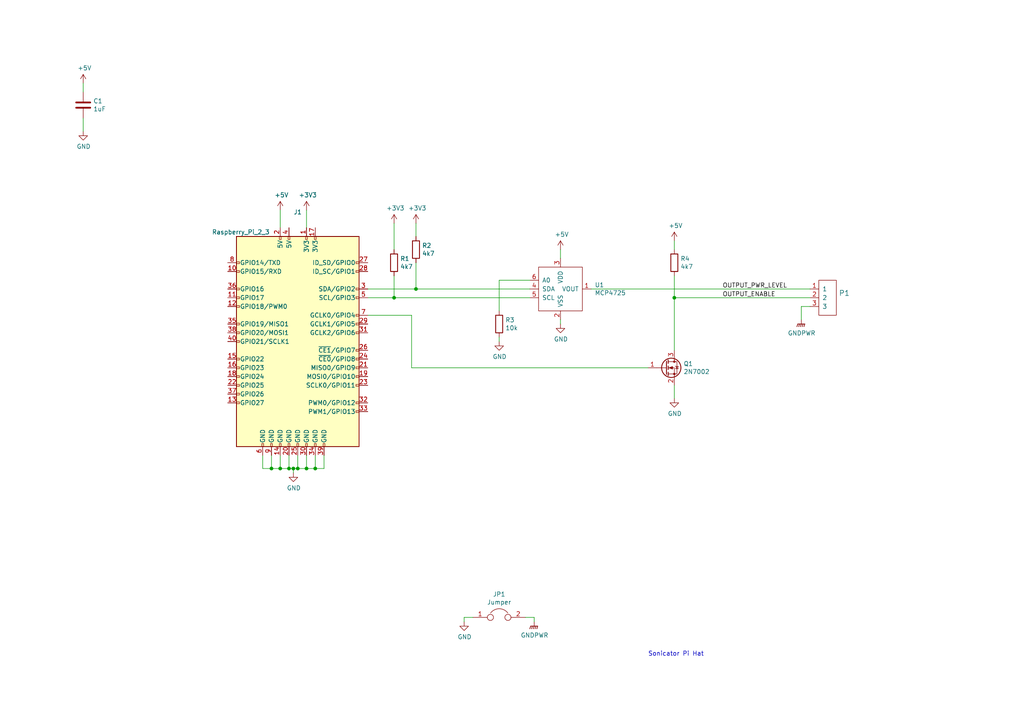
<source format=kicad_sch>
(kicad_sch (version 20211123) (generator eeschema)
  (paper "A4")
  (lib_symbols
    (symbol "Connector:Raspberry_Pi_2_3" (pin_names (offset 1.016))
      (property "Reference" "J" (at -17.78 31.75 0))
      (property "Value" "Raspberry_Pi_2_3" (at 10.16 -31.75 0))
      (symbol "Raspberry_Pi_2_3_0_1"
        (rectangle (start -17.78 30.48) (end 17.78 -30.48) (stroke (width 0.254)) (fill (type background)))
      )
      (symbol "Raspberry_Pi_2_3_1_1"
        (rectangle (start -16.891 -17.526) (end -17.78 -18.034))
        (rectangle (start -16.891 -14.986) (end -17.78 -15.494))
        (rectangle (start -16.891 -12.446) (end -17.78 -12.954))
        (rectangle (start -16.891 -9.906) (end -17.78 -10.414))
        (rectangle (start -16.891 -7.366) (end -17.78 -7.874))
        (rectangle (start -16.891 -4.826) (end -17.78 -5.334))
        (rectangle (start -16.891 0.254) (end -17.78 -0.254))
        (rectangle (start -16.891 2.794) (end -17.78 2.286))
        (rectangle (start -16.891 5.334) (end -17.78 4.826))
        (rectangle (start -16.891 10.414) (end -17.78 9.906))
        (rectangle (start -16.891 12.954) (end -17.78 12.446))
        (rectangle (start -16.891 15.494) (end -17.78 14.986))
        (rectangle (start -16.891 20.574) (end -17.78 20.066))
        (rectangle (start -16.891 23.114) (end -17.78 22.606))
        (rectangle (start -10.414 -29.591) (end -9.906 -30.48))
        (rectangle (start -7.874 -29.591) (end -7.366 -30.48))
        (rectangle (start -5.334 -29.591) (end -4.826 -30.48))
        (rectangle (start -5.334 30.48) (end -4.826 29.591))
        (rectangle (start -2.794 -29.591) (end -2.286 -30.48))
        (rectangle (start -2.794 30.48) (end -2.286 29.591))
        (rectangle (start -0.254 -29.591) (end 0.254 -30.48))
        (rectangle (start 2.286 -29.591) (end 2.794 -30.48))
        (rectangle (start 2.286 30.48) (end 2.794 29.591))
        (rectangle (start 4.826 -29.591) (end 5.334 -30.48))
        (rectangle (start 4.826 30.48) (end 5.334 29.591))
        (rectangle (start 7.366 -29.591) (end 7.874 -30.48))
        (rectangle (start 17.78 -20.066) (end 16.891 -20.574))
        (rectangle (start 17.78 -17.526) (end 16.891 -18.034))
        (rectangle (start 17.78 -12.446) (end 16.891 -12.954))
        (rectangle (start 17.78 -9.906) (end 16.891 -10.414))
        (rectangle (start 17.78 -7.366) (end 16.891 -7.874))
        (rectangle (start 17.78 -4.826) (end 16.891 -5.334))
        (rectangle (start 17.78 -2.286) (end 16.891 -2.794))
        (rectangle (start 17.78 2.794) (end 16.891 2.286))
        (rectangle (start 17.78 5.334) (end 16.891 4.826))
        (rectangle (start 17.78 7.874) (end 16.891 7.366))
        (rectangle (start 17.78 12.954) (end 16.891 12.446))
        (rectangle (start 17.78 15.494) (end 16.891 14.986))
        (rectangle (start 17.78 20.574) (end 16.891 20.066))
        (rectangle (start 17.78 23.114) (end 16.891 22.606))
        (pin power_in line (at 2.54 33.02 270) (length 2.54) (name "3V3") (number "1"))
        (pin bidirectional line (at -20.32 20.32 0) (length 2.54) (name "GPIO15/RXD") (number "10"))
        (pin bidirectional line (at -20.32 12.7 0) (length 2.54) (name "GPIO17") (number "11"))
        (pin bidirectional line (at -20.32 10.16 0) (length 2.54) (name "GPIO18/PWM0") (number "12"))
        (pin bidirectional line (at -20.32 -17.78 0) (length 2.54) (name "GPIO27") (number "13"))
        (pin power_in line (at -5.08 -33.02 90) (length 2.54) (name "GND") (number "14"))
        (pin bidirectional line (at -20.32 -5.08 0) (length 2.54) (name "GPIO22") (number "15"))
        (pin bidirectional line (at -20.32 -7.62 0) (length 2.54) (name "GPIO23") (number "16"))
        (pin power_in line (at 5.08 33.02 270) (length 2.54) (name "3V3") (number "17"))
        (pin bidirectional line (at -20.32 -10.16 0) (length 2.54) (name "GPIO24") (number "18"))
        (pin bidirectional line (at 20.32 -10.16 180) (length 2.54) (name "MOSI0/GPIO10") (number "19"))
        (pin power_in line (at -5.08 33.02 270) (length 2.54) (name "5V") (number "2"))
        (pin power_in line (at -2.54 -33.02 90) (length 2.54) (name "GND") (number "20"))
        (pin bidirectional line (at 20.32 -7.62 180) (length 2.54) (name "MISO0/GPIO9") (number "21"))
        (pin bidirectional line (at -20.32 -12.7 0) (length 2.54) (name "GPIO25") (number "22"))
        (pin bidirectional line (at 20.32 -12.7 180) (length 2.54) (name "SCLK0/GPIO11") (number "23"))
        (pin bidirectional line (at 20.32 -5.08 180) (length 2.54) (name "~{CE0}/GPIO8") (number "24"))
        (pin power_in line (at 0 -33.02 90) (length 2.54) (name "GND") (number "25"))
        (pin bidirectional line (at 20.32 -2.54 180) (length 2.54) (name "~{CE1}/GPIO7") (number "26"))
        (pin bidirectional line (at 20.32 22.86 180) (length 2.54) (name "ID_SD/GPIO0") (number "27"))
        (pin bidirectional line (at 20.32 20.32 180) (length 2.54) (name "ID_SC/GPIO1") (number "28"))
        (pin bidirectional line (at 20.32 5.08 180) (length 2.54) (name "GCLK1/GPIO5") (number "29"))
        (pin bidirectional line (at 20.32 15.24 180) (length 2.54) (name "SDA/GPIO2") (number "3"))
        (pin power_in line (at 2.54 -33.02 90) (length 2.54) (name "GND") (number "30"))
        (pin bidirectional line (at 20.32 2.54 180) (length 2.54) (name "GCLK2/GPIO6") (number "31"))
        (pin bidirectional line (at 20.32 -17.78 180) (length 2.54) (name "PWM0/GPIO12") (number "32"))
        (pin bidirectional line (at 20.32 -20.32 180) (length 2.54) (name "PWM1/GPIO13") (number "33"))
        (pin power_in line (at 5.08 -33.02 90) (length 2.54) (name "GND") (number "34"))
        (pin bidirectional line (at -20.32 5.08 0) (length 2.54) (name "GPIO19/MISO1") (number "35"))
        (pin bidirectional line (at -20.32 15.24 0) (length 2.54) (name "GPIO16") (number "36"))
        (pin bidirectional line (at -20.32 -15.24 0) (length 2.54) (name "GPIO26") (number "37"))
        (pin bidirectional line (at -20.32 2.54 0) (length 2.54) (name "GPIO20/MOSI1") (number "38"))
        (pin power_in line (at 7.62 -33.02 90) (length 2.54) (name "GND") (number "39"))
        (pin power_in line (at -2.54 33.02 270) (length 2.54) (name "5V") (number "4"))
        (pin bidirectional line (at -20.32 0 0) (length 2.54) (name "GPIO21/SCLK1") (number "40"))
        (pin bidirectional line (at 20.32 12.7 180) (length 2.54) (name "SCL/GPIO3") (number "5"))
        (pin power_in line (at -10.16 -33.02 90) (length 2.54) (name "GND") (number "6"))
        (pin bidirectional line (at 20.32 7.62 180) (length 2.54) (name "GCLK0/GPIO4") (number "7"))
        (pin bidirectional line (at -20.32 22.86 0) (length 2.54) (name "GPIO14/TXD") (number "8"))
        (pin power_in line (at -7.62 -33.02 90) (length 2.54) (name "GND") (number "9"))
      )
    )
    (symbol "Device:C" (pin_numbers hide) (pin_names (offset 0.254))
      (property "Reference" "C" (at 0.635 2.54 0))
      (property "Value" "C" (at 0.635 -2.54 0))
      (symbol "C_0_1"
        (polyline (pts (xy -2.032 -0.762) (xy 2.032 -0.762)) (stroke (width 0.508)))
        (polyline (pts (xy -2.032 0.762) (xy 2.032 0.762)) (stroke (width 0.508)))
      )
      (symbol "C_1_1"
        (pin passive line (at 0 3.81 270) (length 2.794) (name "~") (number "1"))
        (pin passive line (at 0 -3.81 90) (length 2.794) (name "~") (number "2"))
      )
    )
    (symbol "Device:Jumper" (pin_names (offset 0.762) hide)
      (property "Reference" "JP" (at 0 3.81 0))
      (property "Value" "Jumper" (at 0 -2.032 0))
      (symbol "Jumper_0_1"
        (circle (center -2.54 0) (radius 0.889))
        (arc (start 2.5146 1.27) (mid 0.0127 2.5097) (end -2.4892 1.27))
        (circle (center 2.54 0) (radius 0.889))
        (pin passive line (at -7.62 0 0) (length 4.191) (name "1") (number "1"))
        (pin passive line (at 7.62 0 180) (length 4.191) (name "2") (number "2"))
      )
    )
    (symbol "Device:R" (pin_numbers hide) (pin_names (offset 0))
      (property "Reference" "R" (at 2.032 0 90))
      (property "Value" "R" (at 0 0 90))
      (symbol "R_0_1"
        (rectangle (start -1.016 -2.54) (end 1.016 2.54) (stroke (width 0.254)))
      )
      (symbol "R_1_1"
        (pin passive line (at 0 3.81 270) (length 1.27) (name "~") (number "1"))
        (pin passive line (at 0 -3.81 90) (length 1.27) (name "~") (number "2"))
      )
    )
    (symbol "Machine_Agency_Component_Library:3pos_terminal_block" (pin_names (offset 1.016))
      (property "Reference" "P" (at 5.08 -1.27 0))
      (property "Value" "Machine_Agency_Component_Library_3pos_terminal_block" (at 2.54 16.51 0))
      (symbol "3pos_terminal_block_0_1"
        (rectangle (start 0 0) (end 5.08 10.16))
      )
      (symbol "3pos_terminal_block_1_1"
        (pin unspecified line (at 7.62 7.62 180) (length 2.54) (name "1") (number "1"))
        (pin unspecified line (at 7.62 5.08 180) (length 2.54) (name "2") (number "2"))
        (pin unspecified line (at 7.62 2.54 180) (length 2.54) (name "3") (number "3"))
      )
    )
    (symbol "Machine_Agency_Component_Library:MCP4725" (pin_names (offset 1.016))
      (property "Reference" "U" (at 1.27 7.62 0))
      (property "Value" "Machine_Agency_Component_Library_MCP4725" (at 5.08 -7.62 0))
      (symbol "MCP4725_0_1"
        (rectangle (start -6.35 -6.35) (end 6.35 6.35))
      )
      (symbol "MCP4725_1_1"
        (pin power_in line (at 8.89 0 180) (length 2.54) (name "VOUT") (number "1"))
        (pin power_in line (at 0 -8.89 90) (length 2.54) (name "VSS") (number "2"))
        (pin power_in line (at 0 8.89 270) (length 2.54) (name "VDD") (number "3"))
        (pin input line (at -8.89 0 0) (length 2.54) (name "SDA") (number "4"))
        (pin input line (at -8.89 -2.54 0) (length 2.54) (name "SCL") (number "5"))
        (pin input line (at -8.89 2.54 0) (length 2.54) (name "A0") (number "6"))
      )
    )
    (symbol "Transistor_FET:2N7002" (pin_names hide)
      (property "Reference" "Q" (at 5.08 1.905 0))
      (property "Value" "2N7002" (at 5.08 0 0))
      (symbol "2N7002_0_1"
        (polyline (pts (xy 0.254 0) (xy -2.54 0)))
        (polyline (pts (xy 0.254 1.905) (xy 0.254 -1.905)) (stroke (width 0.254)))
        (polyline (pts (xy 0.762 -1.27) (xy 0.762 -2.286)) (stroke (width 0.254)))
        (polyline (pts (xy 0.762 0.508) (xy 0.762 -0.508)) (stroke (width 0.254)))
        (polyline (pts (xy 0.762 2.286) (xy 0.762 1.27)) (stroke (width 0.254)))
        (polyline (pts (xy 2.54 2.54) (xy 2.54 1.778)))
        (polyline (pts (xy 2.54 -2.54) (xy 2.54 0) (xy 0.762 0)))
        (polyline (pts (xy 0.762 -1.778) (xy 3.302 -1.778) (xy 3.302 1.778) (xy 0.762 1.778)))
        (polyline (pts (xy 1.016 0) (xy 2.032 0.381) (xy 2.032 -0.381) (xy 1.016 0)) (fill (type outline)))
        (polyline (pts (xy 2.794 0.508) (xy 2.921 0.381) (xy 3.683 0.381) (xy 3.81 0.254)))
        (polyline (pts (xy 3.302 0.381) (xy 2.921 -0.254) (xy 3.683 -0.254) (xy 3.302 0.381)))
        (circle (center 1.651 0) (radius 2.794) (stroke (width 0.254)))
        (circle (center 2.54 -1.778) (radius 0.254) (fill (type outline)))
        (circle (center 2.54 1.778) (radius 0.254) (fill (type outline)))
      )
      (symbol "2N7002_1_1"
        (pin input line (at -5.08 0 0) (length 2.54) (name "G") (number "1"))
        (pin passive line (at 2.54 -5.08 90) (length 2.54) (name "S") (number "2"))
        (pin passive line (at 2.54 5.08 270) (length 2.54) (name "D") (number "3"))
      )
    )
    (symbol "power:+3V3" (power) (pin_names (offset 0))
      (property "Value" "+3V3" (at 0 3.556 0))
      (symbol "+3V3_0_1"
        (polyline (pts (xy -0.762 1.27) (xy 0 2.54)))
        (polyline (pts (xy 0 0) (xy 0 2.54)))
        (polyline (pts (xy 0 2.54) (xy 0.762 1.27)))
      )
      (symbol "+3V3_1_1"
        (pin power_in line (at 0 0 90) (length 0) hide (name "+3V3") (number "1"))
      )
    )
    (symbol "power:+5V" (power) (pin_names (offset 0))
      (property "Value" "+5V" (at 0 3.556 0))
      (symbol "+5V_0_1"
        (polyline (pts (xy -0.762 1.27) (xy 0 2.54)))
        (polyline (pts (xy 0 0) (xy 0 2.54)))
        (polyline (pts (xy 0 2.54) (xy 0.762 1.27)))
      )
      (symbol "+5V_1_1"
        (pin power_in line (at 0 0 90) (length 0) hide (name "+5V") (number "1"))
      )
    )
    (symbol "power:GND" (power) (pin_names (offset 0))
      (property "Value" "GND" (at 0 -3.81 0))
      (symbol "GND_0_1"
        (polyline (pts (xy 0 0) (xy 0 -1.27) (xy 1.27 -1.27) (xy 0 -2.54) (xy -1.27 -1.27) (xy 0 -1.27)))
      )
      (symbol "GND_1_1"
        (pin power_in line (at 0 0 270) (length 0) hide (name "GND") (number "1"))
      )
    )
    (symbol "power:GNDPWR" (power) (pin_names (offset 0))
      (property "Value" "GNDPWR" (at 0 -3.302 0))
      (symbol "GNDPWR_0_1"
        (polyline (pts (xy 0 -1.27) (xy 0 0)))
        (polyline (pts (xy -1.016 -1.27) (xy -1.27 -2.032) (xy -1.27 -2.032)) (stroke (width 0.2032)))
        (polyline (pts (xy -0.508 -1.27) (xy -0.762 -2.032) (xy -0.762 -2.032)) (stroke (width 0.2032)))
        (polyline (pts (xy 0 -1.27) (xy -0.254 -2.032) (xy -0.254 -2.032)) (stroke (width 0.2032)))
        (polyline (pts (xy 0.508 -1.27) (xy 0.254 -2.032) (xy 0.254 -2.032)) (stroke (width 0.2032)))
        (polyline (pts (xy 1.016 -1.27) (xy -1.016 -1.27) (xy -1.016 -1.27)) (stroke (width 0.2032)))
        (polyline (pts (xy 1.016 -1.27) (xy 0.762 -2.032) (xy 0.762 -2.032) (xy 0.762 -2.032)) (stroke (width 0.2032)))
      )
      (symbol "GNDPWR_1_1"
        (pin power_in line (at 0 0 270) (length 0) hide (name "GNDPWR") (number "1"))
      )
    )
  )
  (junction (at 195.58 86.36))
  (junction (at 81.28 135.89))
  (junction (at 114.3 86.36))
  (junction (at 91.44 135.89))
  (junction (at 83.82 135.89))
  (junction (at 86.36 135.89))
  (junction (at 78.74 135.89))
  (junction (at 85.09 135.89))
  (junction (at 120.65 83.82))
  (junction (at 88.9 135.89))
  (wire (pts (xy 88.9 132.08) (xy 88.9 135.89)))
  (wire (pts (xy 93.98 132.08) (xy 93.98 135.89)))
  (wire (pts (xy 154.94 179.07) (xy 152.4 179.07)))
  (wire (pts (xy 195.58 80.01) (xy 195.58 86.36)))
  (wire (pts (xy 234.95 88.9) (xy 232.41 88.9)))
  (wire (pts (xy 234.95 86.36) (xy 195.58 86.36)))
  (wire (pts (xy 83.82 135.89) (xy 81.28 135.89)))
  (wire (pts (xy 93.98 135.89) (xy 91.44 135.89)))
  (wire (pts (xy 114.3 64.77) (xy 114.3 72.39)))
  (wire (pts (xy 88.9 135.89) (xy 86.36 135.89)))
  (wire (pts (xy 162.56 72.39) (xy 162.56 74.93)))
  (wire (pts (xy 195.58 86.36) (xy 195.58 101.6)))
  (wire (pts (xy 81.28 132.08) (xy 81.28 135.89)))
  (wire (pts (xy 83.82 132.08) (xy 83.82 135.89)))
  (wire (pts (xy 195.58 111.76) (xy 195.58 115.57)))
  (wire (pts (xy 154.94 180.34) (xy 154.94 179.07)))
  (wire (pts (xy 134.62 180.34) (xy 134.62 179.07)))
  (wire (pts (xy 114.3 86.36) (xy 153.67 86.36)))
  (wire (pts (xy 106.68 91.44) (xy 119.38 91.44)))
  (wire (pts (xy 120.65 83.82) (xy 153.67 83.82)))
  (wire (pts (xy 78.74 132.08) (xy 78.74 135.89)))
  (wire (pts (xy 85.09 135.89) (xy 85.09 137.16)))
  (wire (pts (xy 171.45 83.82) (xy 234.95 83.82)))
  (wire (pts (xy 119.38 91.44) (xy 119.38 106.68)))
  (wire (pts (xy 134.62 179.07) (xy 137.16 179.07)))
  (wire (pts (xy 81.28 60.96) (xy 81.28 66.04)))
  (wire (pts (xy 119.38 106.68) (xy 187.96 106.68)))
  (wire (pts (xy 144.78 99.06) (xy 144.78 97.79)))
  (wire (pts (xy 232.41 88.9) (xy 232.41 92.71)))
  (wire (pts (xy 24.13 34.29) (xy 24.13 38.1)))
  (wire (pts (xy 114.3 80.01) (xy 114.3 86.36)))
  (wire (pts (xy 86.36 135.89) (xy 85.09 135.89)))
  (wire (pts (xy 91.44 132.08) (xy 91.44 135.89)))
  (wire (pts (xy 120.65 64.77) (xy 120.65 68.58)))
  (wire (pts (xy 85.09 135.89) (xy 83.82 135.89)))
  (wire (pts (xy 120.65 76.2) (xy 120.65 83.82)))
  (wire (pts (xy 162.56 93.98) (xy 162.56 92.71)))
  (wire (pts (xy 153.67 81.28) (xy 144.78 81.28)))
  (wire (pts (xy 81.28 135.89) (xy 78.74 135.89)))
  (wire (pts (xy 86.36 132.08) (xy 86.36 135.89)))
  (wire (pts (xy 91.44 135.89) (xy 88.9 135.89)))
  (wire (pts (xy 24.13 24.13) (xy 24.13 26.67)))
  (wire (pts (xy 144.78 81.28) (xy 144.78 90.17)))
  (wire (pts (xy 88.9 66.04) (xy 88.9 60.96)))
  (wire (pts (xy 195.58 69.85) (xy 195.58 72.39)))
  (wire (pts (xy 106.68 86.36) (xy 114.3 86.36)))
  (wire (pts (xy 106.68 83.82) (xy 120.65 83.82)))
  (wire (pts (xy 76.2 135.89) (xy 76.2 132.08)))
  (wire (pts (xy 78.74 135.89) (xy 76.2 135.89)))
  (text "Sonicator Pi Hat" (at 187.96 190.5 0) (effects (font (size 1.27 1.27)) (justify left bottom)))
  (label "OUTPUT_ENABLE" (at 209.55 86.36 0))
  (label "OUTPUT_PWR_LEVEL" (at 209.55 83.82 0))
  (symbol (lib_id "Connector:Raspberry_Pi_2_3") (at 86.36 99.06 0) (unit 1)
    (property "Reference" "J1" (at 86.36 61.5188 0))
    (property "Value" "Raspberry_Pi_2_3" (at 69.85 67.31 0))
    (property "Footprint" "Connector_PinHeader_2.54mm:PinHeader_2x20_P2.54mm_Vertical" (effects hide))
    (property "Datasheet" "https://www.raspberrypi.org/documentation/hardware/raspberrypi/schematics/rpi_SCH_3bplus_1p0_reduced.pdf" (effects hide))
  )
  (symbol (lib_id "power:GND") (at 85.09 137.16 0) (unit 1)
    (property "Reference" "#PWR02" (effects hide))
    (property "Value" "GND" (at 85.217 141.5542 0))
  )
  (symbol (lib_id "power:+3V3") (at 88.9 60.96 0) (unit 1)
    (property "Reference" "#PWR03" (effects hide))
    (property "Value" "+3V3" (at 89.281 56.5658 0))
  )
  (symbol (lib_id "Machine_Agency_Component_Library:3pos_terminal_block") (at 242.57 91.44 0) (mirror y) (unit 1)
    (property "Reference" "P1" (at 243.2812 85.0138 0) (effects (font (size 1.524 1.524)) (justify right)))
    (property "Value" "3pos_terminal_block" (effects hide))
    (property "Footprint" "TerminalBlock_Phoenix:TerminalBlock_Phoenix_MPT-0,5-3-2.54_1x03_P2.54mm_Horizontal" (effects hide))
    (property "Datasheet" "https://www.on-shore.com/wp-content/uploads/OSTVNXXA150.pdf" (effects hide))
  )
  (symbol (lib_id "Device:R") (at 114.3 76.2 0) (unit 1)
    (property "Reference" "R1" (at 116.078 75.0316 0) (effects (justify left)))
    (property "Value" "4k7" (at 116.078 77.343 0) (effects (justify left)))
    (property "Footprint" "Resistor_SMD:R_0603_1608Metric_Pad1.05x0.95mm_HandSolder" (effects hide))
  )
  (symbol (lib_id "Device:R") (at 120.65 72.39 0) (unit 1)
    (property "Reference" "R2" (at 122.428 71.2216 0) (effects (justify left)))
    (property "Value" "4k7" (at 122.428 73.533 0) (effects (justify left)))
    (property "Footprint" "Resistor_SMD:R_0603_1608Metric_Pad1.05x0.95mm_HandSolder" (effects hide))
  )
  (symbol (lib_id "power:+3V3") (at 114.3 64.77 0) (unit 1)
    (property "Reference" "#PWR04" (effects hide))
    (property "Value" "+3V3" (at 114.681 60.3758 0))
  )
  (symbol (lib_id "power:+3V3") (at 120.65 64.77 0) (unit 1)
    (property "Reference" "#PWR05" (effects hide))
    (property "Value" "+3V3" (at 121.031 60.3758 0))
  )
  (symbol (lib_id "Machine_Agency_Component_Library:MCP4725") (at 162.56 83.82 0) (unit 1)
    (property "Reference" "U1" (at 172.4914 82.6516 0) (effects (justify left)))
    (property "Value" "MCP4725" (at 172.4914 84.963 0) (effects (justify left)))
    (property "Footprint" "Package_SO:TSOP-6_1.65x3.05mm_P0.95mm" (effects hide))
    (property "Datasheet" "http://ww1.microchip.com/downloads/en/DeviceDoc/22039d.pdf" (effects hide))
  )
  (symbol (lib_id "power:GND") (at 162.56 93.98 0) (unit 1)
    (property "Reference" "#PWR08" (effects hide))
    (property "Value" "GND" (at 162.687 98.3742 0))
  )
  (symbol (lib_id "Device:R") (at 144.78 93.98 0) (unit 1)
    (property "Reference" "R3" (at 146.558 92.8116 0) (effects (justify left)))
    (property "Value" "10k" (at 146.558 95.123 0) (effects (justify left)))
    (property "Footprint" "Resistor_SMD:R_0603_1608Metric_Pad1.05x0.95mm_HandSolder" (effects hide))
  )
  (symbol (lib_id "power:GND") (at 144.78 99.06 0) (unit 1)
    (property "Reference" "#PWR06" (effects hide))
    (property "Value" "GND" (at 144.907 103.4542 0))
  )
  (symbol (lib_id "power:+5V") (at 81.28 60.96 0) (unit 1)
    (property "Reference" "#PWR01" (effects hide))
    (property "Value" "+5V" (at 81.661 56.5658 0))
  )
  (symbol (lib_id "power:+5V") (at 162.56 72.39 0) (unit 1)
    (property "Reference" "#PWR07" (effects hide))
    (property "Value" "+5V" (at 162.941 67.9958 0))
  )
  (symbol (lib_id "Transistor_FET:2N7002") (at 193.04 106.68 0) (unit 1)
    (property "Reference" "Q1" (at 198.247 105.5116 0) (effects (justify left)))
    (property "Value" "2N7002" (at 198.247 107.823 0) (effects (justify left)))
    (property "Footprint" "Package_TO_SOT_SMD:SOT-23" (effects hide))
    (property "Datasheet" "https://www.fairchildsemi.com/datasheets/2N/2N7002.pdf" (effects hide))
  )
  (symbol (lib_id "power:GND") (at 195.58 115.57 0) (unit 1)
    (property "Reference" "#PWR09" (effects hide))
    (property "Value" "GND" (at 195.707 119.9642 0))
  )
  (symbol (lib_id "power:GNDPWR") (at 232.41 92.71 0) (unit 1)
    (property "Reference" "#PWR010" (effects hide))
    (property "Value" "GNDPWR" (at 232.5116 96.6216 0))
  )
  (symbol (lib_id "power:GNDPWR") (at 154.94 180.34 0) (unit 1)
    (property "Reference" "#PWR012" (effects hide))
    (property "Value" "GNDPWR" (at 155.0416 184.2516 0))
  )
  (symbol (lib_id "power:GND") (at 134.62 180.34 0) (unit 1)
    (property "Reference" "#PWR011" (effects hide))
    (property "Value" "GND" (at 134.747 184.7342 0))
  )
  (symbol (lib_id "Device:Jumper") (at 144.78 179.07 0) (unit 1)
    (property "Reference" "JP1" (at 144.78 172.3644 0))
    (property "Value" "Jumper" (at 144.78 174.6758 0))
    (property "Footprint" "Jumper:SolderJumper-2_P1.3mm_Bridged_Pad1.0x1.5mm" (effects hide))
  )
  (symbol (lib_id "Device:C") (at 24.13 30.48 0) (unit 1)
    (property "Reference" "C1" (at 27.051 29.3116 0) (effects (justify left)))
    (property "Value" "1uF" (at 27.051 31.623 0) (effects (justify left)))
    (property "Footprint" "Capacitor_SMD:C_0603_1608Metric" (effects hide))
  )
  (symbol (lib_id "power:GND") (at 24.13 38.1 0) (unit 1)
    (property "Reference" "#PWR0102" (effects hide))
    (property "Value" "GND" (at 24.257 42.4942 0))
  )
  (symbol (lib_id "power:+5V") (at 24.13 24.13 0) (unit 1)
    (property "Reference" "#PWR0103" (effects hide))
    (property "Value" "+5V" (at 24.511 19.7358 0))
  )
  (symbol (lib_id "power:+5V") (at 195.58 69.85 0) (unit 1)
    (property "Reference" "#PWR0101" (effects hide))
    (property "Value" "+5V" (at 195.961 65.4558 0))
  )
  (symbol (lib_id "Device:R") (at 195.58 76.2 0) (unit 1)
    (property "Reference" "R4" (at 197.358 75.0316 0) (effects (justify left)))
    (property "Value" "4k7" (at 197.358 77.343 0) (effects (justify left)))
    (property "Footprint" "Resistor_SMD:R_0603_1608Metric_Pad1.05x0.95mm_HandSolder" (effects hide))
  )
)
</source>
